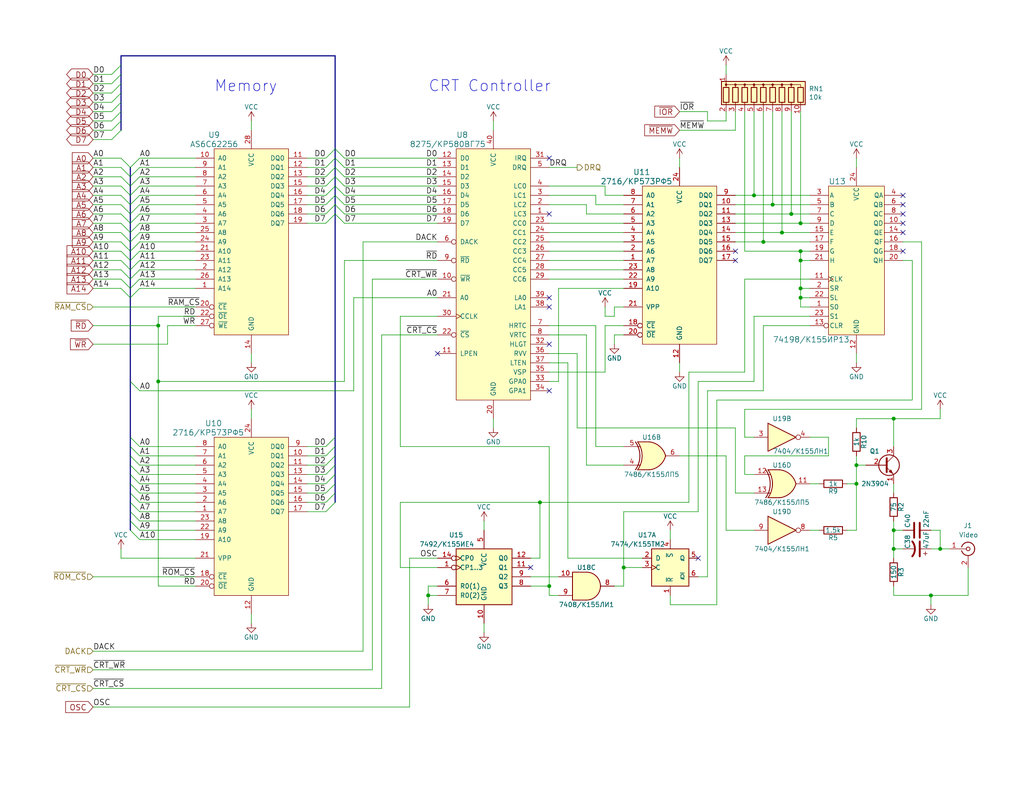
<source format=kicad_sch>
(kicad_sch (version 20211123) (generator eeschema)
  (paper "USLetter")
  (title_block (title "Radio-86RK") (date "2022-05-13") (rev "1.3") (company "Designed by Sergey Kiselev") (comment 1 "Based on the previous work by Alexey Khudyakov and Radio magazine publications") (comment 2 "Licensed under CERN-OHL-S: https://cern-ohl.web.cern.ch") (comment 3 "Documentation and design files: https://github.com/skiselev/radio-86rk") (comment 4 "Radio-86RK is an open source hardware project"))
  (junction (at 205.74 53.34))
  (junction (at 170.18 154.94))
  (junction (at 116.84 162.56))
  (junction (at 208.28 66.04))
  (junction (at 233.68 127))
  (junction (at 218.44 71.12))
  (junction (at 218.44 81.28))
  (junction (at 243.84 114.3))
  (junction (at 243.84 144.78))
  (junction (at 233.68 132.08))
  (junction (at 218.44 60.96))
  (junction (at 218.44 78.74))
  (junction (at 213.36 63.5))
  (junction (at 149.86 160.02))
  (junction (at 215.9 58.42))
  (junction (at 43.18 104.14))
  (junction (at 43.18 88.9))
  (junction (at 243.84 149.86))
  (junction (at 147.32 137.16))
  (junction (at 256.54 149.86))
  (junction (at 254 162.56))
  (junction (at 210.82 55.88))
  (junction (at 218.44 68.58))
  (no_connect (at 246.38 63.5))
  (no_connect (at 149.86 93.98))
  (no_connect (at 149.86 106.68))
  (no_connect (at 246.38 68.58))
  (no_connect (at 144.78 154.94))
  (no_connect (at 149.86 81.28))
  (no_connect (at 246.38 58.42))
  (no_connect (at 149.86 58.42))
  (no_connect (at 246.38 60.96))
  (no_connect (at 119.38 96.52))
  (no_connect (at 149.86 43.18))
  (no_connect (at 246.38 53.34))
  (no_connect (at 246.38 55.88))
  (no_connect (at 200.66 68.58))
  (no_connect (at 149.86 83.82))
  (no_connect (at 200.66 71.12))
  (no_connect (at 190.5 152.4))
  (bus_entry (at 38.1 132.08) (size -2.54 -2.54))
  (bus_entry (at 38.1 48.26) (size -2.54 2.54))
  (bus_entry (at 38.1 50.8) (size -2.54 2.54))
  (bus_entry (at 38.1 71.12) (size -2.54 2.54))
  (bus_entry (at 38.1 45.72) (size -2.54 2.54))
  (bus_entry (at 33.02 43.18) (size 2.54 2.54))
  (bus_entry (at 38.1 58.42) (size -2.54 2.54))
  (bus_entry (at 33.02 58.42) (size 2.54 2.54))
  (bus_entry (at 38.1 76.2) (size -2.54 2.54))
  (bus_entry (at 38.1 124.46) (size -2.54 -2.54))
  (bus_entry (at 88.9 58.42) (size 2.54 -2.54))
  (bus_entry (at 33.02 60.96) (size 2.54 2.54))
  (bus_entry (at 38.1 129.54) (size -2.54 -2.54))
  (bus_entry (at 88.9 132.08) (size 2.54 -2.54))
  (bus_entry (at 38.1 137.16) (size -2.54 -2.54))
  (bus_entry (at 38.1 147.32) (size -2.54 -2.54))
  (bus_entry (at 88.9 50.8) (size 2.54 -2.54))
  (bus_entry (at 93.98 48.26) (size -2.54 -2.54))
  (bus_entry (at 38.1 134.62) (size -2.54 -2.54))
  (bus_entry (at 38.1 60.96) (size -2.54 2.54))
  (bus_entry (at 33.02 73.66) (size 2.54 2.54))
  (bus_entry (at 38.1 53.34) (size -2.54 2.54))
  (bus_entry (at 93.98 58.42) (size -2.54 -2.54))
  (bus_entry (at 88.9 45.72) (size 2.54 -2.54))
  (bus_entry (at 33.02 78.74) (size 2.54 2.54))
  (bus_entry (at 38.1 68.58) (size -2.54 2.54))
  (bus_entry (at 33.02 55.88) (size 2.54 2.54))
  (bus_entry (at 88.9 129.54) (size 2.54 -2.54))
  (bus_entry (at 88.9 127) (size 2.54 -2.54))
  (bus_entry (at 33.02 66.04) (size 2.54 2.54))
  (bus_entry (at 88.9 139.7) (size 2.54 -2.54))
  (bus_entry (at 93.98 43.18) (size -2.54 -2.54))
  (bus_entry (at 33.02 48.26) (size 2.54 2.54))
  (bus_entry (at 30.48 33.02) (size 2.54 -2.54))
  (bus_entry (at 88.9 43.18) (size 2.54 -2.54))
  (bus_entry (at 30.48 38.1) (size 2.54 -2.54))
  (bus_entry (at 88.9 134.62) (size 2.54 -2.54))
  (bus_entry (at 38.1 121.92) (size -2.54 -2.54))
  (bus_entry (at 38.1 43.18) (size -2.54 2.54))
  (bus_entry (at 30.48 27.94) (size 2.54 -2.54))
  (bus_entry (at 38.1 139.7) (size -2.54 -2.54))
  (bus_entry (at 33.02 63.5) (size 2.54 2.54))
  (bus_entry (at 30.48 25.4) (size 2.54 -2.54))
  (bus_entry (at 38.1 144.78) (size -2.54 -2.54))
  (bus_entry (at 38.1 142.24) (size -2.54 -2.54))
  (bus_entry (at 93.98 60.96) (size -2.54 -2.54))
  (bus_entry (at 38.1 63.5) (size -2.54 2.54))
  (bus_entry (at 93.98 53.34) (size -2.54 -2.54))
  (bus_entry (at 33.02 53.34) (size 2.54 2.54))
  (bus_entry (at 38.1 55.88) (size -2.54 2.54))
  (bus_entry (at 38.1 66.04) (size -2.54 2.54))
  (bus_entry (at 33.02 45.72) (size 2.54 2.54))
  (bus_entry (at 30.48 20.32) (size 2.54 -2.54))
  (bus_entry (at 93.98 50.8) (size -2.54 -2.54))
  (bus_entry (at 38.1 127) (size -2.54 -2.54))
  (bus_entry (at 38.1 78.74) (size -2.54 2.54))
  (bus_entry (at 30.48 22.86) (size 2.54 -2.54))
  (bus_entry (at 33.02 76.2) (size 2.54 2.54))
  (bus_entry (at 88.9 53.34) (size 2.54 -2.54))
  (bus_entry (at 33.02 71.12) (size 2.54 2.54))
  (bus_entry (at 33.02 68.58) (size 2.54 2.54))
  (bus_entry (at 93.98 55.88) (size -2.54 -2.54))
  (bus_entry (at 88.9 55.88) (size 2.54 -2.54))
  (bus_entry (at 93.98 45.72) (size -2.54 -2.54))
  (bus_entry (at 30.48 30.48) (size 2.54 -2.54))
  (bus_entry (at 30.48 35.56) (size 2.54 -2.54))
  (bus_entry (at 88.9 121.92) (size 2.54 -2.54))
  (bus_entry (at 88.9 124.46) (size 2.54 -2.54))
  (bus_entry (at 35.56 104.14) (size 2.54 2.54))
  (bus_entry (at 38.1 73.66) (size -2.54 2.54))
  (bus_entry (at 33.02 50.8) (size 2.54 2.54))
  (bus_entry (at 88.9 60.96) (size 2.54 -2.54))
  (bus_entry (at 88.9 48.26) (size 2.54 -2.54))
  (bus_entry (at 88.9 137.16) (size 2.54 -2.54))
  (wire (pts (xy 119.38 55.88) (xy 93.98 55.88)))
  (wire (pts (xy 33.02 66.04) (xy 25.4 66.04)))
  (wire (pts (xy 25.4 93.98) (xy 45.72 93.98)))
  (bus (pts (xy 35.56 119.38) (xy 35.56 121.92)))
  (wire (pts (xy 248.92 71.12) (xy 248.92 109.22)))
  (wire (pts (xy 134.62 33.02) (xy 134.62 35.56)))
  (bus (pts (xy 35.56 121.92) (xy 35.56 124.46)))
  (wire (pts (xy 132.08 170.18) (xy 132.08 172.72)))
  (wire (pts (xy 243.84 132.08) (xy 243.84 134.62)))
  (bus (pts (xy 33.02 15.24) (xy 91.44 15.24)))
  (wire (pts (xy 33.02 68.58) (xy 25.4 68.58)))
  (bus (pts (xy 35.56 58.42) (xy 35.56 60.96)))
  (wire (pts (xy 215.9 30.48) (xy 215.9 58.42)))
  (wire (pts (xy 109.22 137.16) (xy 147.32 137.16)))
  (bus (pts (xy 91.44 121.92) (xy 91.44 124.46)))
  (wire (pts (xy 218.44 71.12) (xy 218.44 78.74)))
  (wire (pts (xy 203.2 119.38) (xy 205.74 119.38)))
  (wire (pts (xy 116.84 160.02) (xy 116.84 162.56)))
  (wire (pts (xy 33.02 53.34) (xy 25.4 53.34)))
  (wire (pts (xy 185.42 35.56) (xy 200.66 35.56)))
  (wire (pts (xy 104.14 91.44) (xy 119.38 91.44)))
  (wire (pts (xy 53.34 43.18) (xy 38.1 43.18)))
  (wire (pts (xy 162.56 55.88) (xy 170.18 55.88)))
  (wire (pts (xy 25.4 27.94) (xy 30.48 27.94)))
  (bus (pts (xy 91.44 124.46) (xy 91.44 127)))
  (wire (pts (xy 193.04 33.02) (xy 198.12 33.02)))
  (wire (pts (xy 210.82 55.88) (xy 220.98 55.88)))
  (wire (pts (xy 53.34 88.9) (xy 45.72 88.9)))
  (wire (pts (xy 162.56 121.92) (xy 162.56 88.9)))
  (bus (pts (xy 35.56 71.12) (xy 35.56 73.66)))
  (wire (pts (xy 243.84 149.86) (xy 243.84 152.4)))
  (wire (pts (xy 218.44 78.74) (xy 218.44 81.28)))
  (wire (pts (xy 243.84 144.78) (xy 243.84 149.86)))
  (wire (pts (xy 200.66 116.84) (xy 200.66 134.62)))
  (wire (pts (xy 223.52 132.08) (xy 220.98 132.08)))
  (wire (pts (xy 68.58 111.76) (xy 68.58 114.3)))
  (bus (pts (xy 35.56 76.2) (xy 35.56 78.74)))
  (wire (pts (xy 182.88 162.56) (xy 182.88 165.1)))
  (wire (pts (xy 187.96 101.6) (xy 203.2 101.6)))
  (bus (pts (xy 91.44 45.72) (xy 91.44 48.26)))
  (wire (pts (xy 25.4 187.96) (xy 104.14 187.96)))
  (wire (pts (xy 101.6 76.2) (xy 119.38 76.2)))
  (wire (pts (xy 83.82 134.62) (xy 88.9 134.62)))
  (wire (pts (xy 160.02 58.42) (xy 170.18 58.42)))
  (bus (pts (xy 35.56 129.54) (xy 35.56 132.08)))
  (wire (pts (xy 243.84 160.02) (xy 243.84 162.56)))
  (wire (pts (xy 205.74 53.34) (xy 220.98 53.34)))
  (wire (pts (xy 233.68 144.78) (xy 231.14 144.78)))
  (wire (pts (xy 149.86 71.12) (xy 170.18 71.12)))
  (wire (pts (xy 162.56 53.34) (xy 162.56 55.88)))
  (wire (pts (xy 33.02 55.88) (xy 25.4 55.88)))
  (wire (pts (xy 132.08 142.24) (xy 132.08 144.78)))
  (wire (pts (xy 193.04 157.48) (xy 193.04 106.68)))
  (wire (pts (xy 233.68 127) (xy 233.68 124.46)))
  (wire (pts (xy 33.02 76.2) (xy 25.4 76.2)))
  (wire (pts (xy 68.58 96.52) (xy 68.58 99.06)))
  (wire (pts (xy 53.34 160.02) (xy 43.18 160.02)))
  (wire (pts (xy 233.68 127) (xy 236.22 127)))
  (wire (pts (xy 203.2 68.58) (xy 203.2 30.48)))
  (wire (pts (xy 53.34 134.62) (xy 38.1 134.62)))
  (bus (pts (xy 91.44 50.8) (xy 91.44 53.34)))
  (wire (pts (xy 83.82 139.7) (xy 88.9 139.7)))
  (wire (pts (xy 200.66 63.5) (xy 213.36 63.5)))
  (wire (pts (xy 109.22 154.94) (xy 119.38 154.94)))
  (wire (pts (xy 152.4 78.74) (xy 152.4 104.14)))
  (wire (pts (xy 53.34 60.96) (xy 38.1 60.96)))
  (wire (pts (xy 83.82 137.16) (xy 88.9 137.16)))
  (wire (pts (xy 205.74 30.48) (xy 205.74 53.34)))
  (wire (pts (xy 218.44 60.96) (xy 220.98 60.96)))
  (wire (pts (xy 200.66 30.48) (xy 200.66 35.56)))
  (wire (pts (xy 218.44 68.58) (xy 220.98 68.58)))
  (wire (pts (xy 96.52 106.68) (xy 38.1 106.68)))
  (wire (pts (xy 119.38 45.72) (xy 93.98 45.72)))
  (wire (pts (xy 243.84 142.24) (xy 243.84 144.78)))
  (wire (pts (xy 83.82 129.54) (xy 88.9 129.54)))
  (wire (pts (xy 256.54 114.3) (xy 243.84 114.3)))
  (wire (pts (xy 246.38 71.12) (xy 248.92 71.12)))
  (wire (pts (xy 149.86 66.04) (xy 170.18 66.04)))
  (bus (pts (xy 35.56 63.5) (xy 35.56 66.04)))
  (bus (pts (xy 91.44 134.62) (xy 91.44 137.16)))
  (bus (pts (xy 35.56 104.14) (xy 35.56 119.38)))
  (wire (pts (xy 187.96 137.16) (xy 187.96 101.6)))
  (wire (pts (xy 243.84 149.86) (xy 246.38 149.86)))
  (wire (pts (xy 33.02 45.72) (xy 25.4 45.72)))
  (wire (pts (xy 144.78 152.4) (xy 147.32 152.4)))
  (bus (pts (xy 91.44 53.34) (xy 91.44 55.88)))
  (wire (pts (xy 111.76 152.4) (xy 119.38 152.4)))
  (wire (pts (xy 233.68 127) (xy 233.68 132.08)))
  (wire (pts (xy 33.02 48.26) (xy 25.4 48.26)))
  (wire (pts (xy 165.1 83.82) (xy 165.1 86.36)))
  (wire (pts (xy 157.48 96.52) (xy 149.86 96.52)))
  (wire (pts (xy 119.38 53.34) (xy 93.98 53.34)))
  (wire (pts (xy 203.2 76.2) (xy 220.98 76.2)))
  (wire (pts (xy 119.38 71.12) (xy 93.98 71.12)))
  (wire (pts (xy 109.22 86.36) (xy 109.22 121.92)))
  (wire (pts (xy 157.48 116.84) (xy 157.48 96.52)))
  (wire (pts (xy 195.58 109.22) (xy 248.92 109.22)))
  (wire (pts (xy 149.86 53.34) (xy 162.56 53.34)))
  (bus (pts (xy 91.44 58.42) (xy 91.44 119.38)))
  (wire (pts (xy 43.18 88.9) (xy 25.4 88.9)))
  (wire (pts (xy 200.66 58.42) (xy 215.9 58.42)))
  (wire (pts (xy 246.38 144.78) (xy 243.84 144.78)))
  (wire (pts (xy 203.2 111.76) (xy 203.2 119.38)))
  (wire (pts (xy 144.78 157.48) (xy 152.4 157.48)))
  (wire (pts (xy 53.34 55.88) (xy 38.1 55.88)))
  (wire (pts (xy 256.54 149.86) (xy 259.08 149.86)))
  (wire (pts (xy 53.34 63.5) (xy 38.1 63.5)))
  (bus (pts (xy 35.56 68.58) (xy 35.56 71.12)))
  (wire (pts (xy 220.98 144.78) (xy 223.52 144.78)))
  (bus (pts (xy 35.56 53.34) (xy 35.56 55.88)))
  (wire (pts (xy 200.66 53.34) (xy 205.74 53.34)))
  (bus (pts (xy 91.44 43.18) (xy 91.44 45.72)))
  (wire (pts (xy 149.86 162.56) (xy 152.4 162.56)))
  (wire (pts (xy 213.36 30.48) (xy 213.36 63.5)))
  (bus (pts (xy 33.02 17.78) (xy 33.02 20.32)))
  (wire (pts (xy 53.34 48.26) (xy 38.1 48.26)))
  (wire (pts (xy 25.4 38.1) (xy 30.48 38.1)))
  (bus (pts (xy 91.44 132.08) (xy 91.44 134.62)))
  (wire (pts (xy 149.86 91.44) (xy 160.02 91.44)))
  (wire (pts (xy 33.02 50.8) (xy 25.4 50.8)))
  (bus (pts (xy 91.44 119.38) (xy 91.44 121.92)))
  (wire (pts (xy 83.82 53.34) (xy 88.9 53.34)))
  (wire (pts (xy 256.54 144.78) (xy 256.54 149.86)))
  (wire (pts (xy 218.44 68.58) (xy 218.44 71.12)))
  (wire (pts (xy 68.58 167.64) (xy 68.58 170.18)))
  (wire (pts (xy 53.34 45.72) (xy 38.1 45.72)))
  (wire (pts (xy 200.66 55.88) (xy 210.82 55.88)))
  (wire (pts (xy 53.34 50.8) (xy 38.1 50.8)))
  (wire (pts (xy 147.32 152.4) (xy 147.32 137.16)))
  (bus (pts (xy 35.56 139.7) (xy 35.56 142.24)))
  (wire (pts (xy 53.34 144.78) (xy 38.1 144.78)))
  (wire (pts (xy 33.02 71.12) (xy 25.4 71.12)))
  (wire (pts (xy 134.62 114.3) (xy 134.62 116.84)))
  (bus (pts (xy 35.56 132.08) (xy 35.56 134.62)))
  (wire (pts (xy 170.18 154.94) (xy 170.18 160.02)))
  (wire (pts (xy 149.86 76.2) (xy 170.18 76.2)))
  (wire (pts (xy 264.16 162.56) (xy 264.16 154.94)))
  (bus (pts (xy 91.44 48.26) (xy 91.44 50.8)))
  (wire (pts (xy 170.18 78.74) (xy 152.4 78.74)))
  (wire (pts (xy 99.06 177.8) (xy 99.06 66.04)))
  (wire (pts (xy 205.74 86.36) (xy 205.74 104.14)))
  (wire (pts (xy 218.44 81.28) (xy 220.98 81.28)))
  (wire (pts (xy 200.66 116.84) (xy 157.48 116.84)))
  (wire (pts (xy 93.98 104.14) (xy 93.98 71.12)))
  (wire (pts (xy 165.1 50.8) (xy 165.1 53.34)))
  (wire (pts (xy 33.02 78.74) (xy 25.4 78.74)))
  (wire (pts (xy 165.1 88.9) (xy 165.1 101.6)))
  (wire (pts (xy 233.68 114.3) (xy 243.84 114.3)))
  (wire (pts (xy 53.34 73.66) (xy 38.1 73.66)))
  (wire (pts (xy 144.78 160.02) (xy 149.86 160.02)))
  (wire (pts (xy 25.4 182.88) (xy 101.6 182.88)))
  (wire (pts (xy 33.02 60.96) (xy 25.4 60.96)))
  (wire (pts (xy 83.82 43.18) (xy 88.9 43.18)))
  (wire (pts (xy 182.88 144.78) (xy 182.88 147.32)))
  (wire (pts (xy 190.5 139.7) (xy 190.5 104.14)))
  (wire (pts (xy 83.82 60.96) (xy 88.9 60.96)))
  (bus (pts (xy 35.56 50.8) (xy 35.56 53.34)))
  (wire (pts (xy 83.82 132.08) (xy 88.9 132.08)))
  (wire (pts (xy 198.12 144.78) (xy 205.74 144.78)))
  (wire (pts (xy 185.42 30.48) (xy 193.04 30.48)))
  (wire (pts (xy 109.22 137.16) (xy 109.22 154.94)))
  (wire (pts (xy 53.34 157.48) (xy 25.4 157.48)))
  (bus (pts (xy 35.56 45.72) (xy 35.56 48.26)))
  (wire (pts (xy 119.38 60.96) (xy 93.98 60.96)))
  (wire (pts (xy 154.94 99.06) (xy 149.86 99.06)))
  (bus (pts (xy 35.56 134.62) (xy 35.56 137.16)))
  (bus (pts (xy 35.56 55.88) (xy 35.56 58.42)))
  (wire (pts (xy 208.28 30.48) (xy 208.28 66.04)))
  (wire (pts (xy 170.18 121.92) (xy 162.56 121.92)))
  (wire (pts (xy 167.64 86.36) (xy 167.64 83.82)))
  (wire (pts (xy 198.12 17.78) (xy 198.12 20.32)))
  (bus (pts (xy 33.02 27.94) (xy 33.02 30.48)))
  (wire (pts (xy 149.86 50.8) (xy 165.1 50.8)))
  (wire (pts (xy 213.36 63.5) (xy 220.98 63.5)))
  (wire (pts (xy 226.06 119.38) (xy 220.98 119.38)))
  (wire (pts (xy 33.02 152.4) (xy 53.34 152.4)))
  (wire (pts (xy 83.82 121.92) (xy 88.9 121.92)))
  (wire (pts (xy 220.98 86.36) (xy 205.74 86.36)))
  (wire (pts (xy 25.4 193.04) (xy 111.76 193.04)))
  (wire (pts (xy 119.38 50.8) (xy 93.98 50.8)))
  (wire (pts (xy 149.86 121.92) (xy 109.22 121.92)))
  (bus (pts (xy 33.02 15.24) (xy 33.02 17.78)))
  (wire (pts (xy 83.82 58.42) (xy 88.9 58.42)))
  (wire (pts (xy 200.66 134.62) (xy 205.74 134.62)))
  (wire (pts (xy 43.18 88.9) (xy 43.18 104.14)))
  (wire (pts (xy 25.4 20.32) (xy 30.48 20.32)))
  (wire (pts (xy 43.18 104.14) (xy 93.98 104.14)))
  (bus (pts (xy 35.56 73.66) (xy 35.56 76.2)))
  (wire (pts (xy 185.42 124.46) (xy 198.12 124.46)))
  (wire (pts (xy 53.34 53.34) (xy 38.1 53.34)))
  (wire (pts (xy 185.42 43.18) (xy 185.42 45.72)))
  (wire (pts (xy 53.34 147.32) (xy 38.1 147.32)))
  (wire (pts (xy 210.82 30.48) (xy 210.82 55.88)))
  (bus (pts (xy 91.44 127) (xy 91.44 129.54)))
  (wire (pts (xy 53.34 124.46) (xy 38.1 124.46)))
  (wire (pts (xy 251.46 66.04) (xy 251.46 111.76)))
  (wire (pts (xy 101.6 182.88) (xy 101.6 76.2)))
  (wire (pts (xy 215.9 58.42) (xy 220.98 58.42)))
  (wire (pts (xy 149.86 160.02) (xy 149.86 121.92)))
  (wire (pts (xy 190.5 104.14) (xy 205.74 104.14)))
  (bus (pts (xy 33.02 22.86) (xy 33.02 25.4)))
  (bus (pts (xy 35.56 60.96) (xy 35.56 63.5)))
  (wire (pts (xy 203.2 111.76) (xy 251.46 111.76)))
  (bus (pts (xy 91.44 55.88) (xy 91.44 58.42)))
  (wire (pts (xy 33.02 73.66) (xy 25.4 73.66)))
  (wire (pts (xy 254 162.56) (xy 254 165.1)))
  (wire (pts (xy 243.84 162.56) (xy 254 162.56)))
  (wire (pts (xy 243.84 114.3) (xy 243.84 121.92)))
  (wire (pts (xy 33.02 63.5) (xy 25.4 63.5)))
  (wire (pts (xy 208.28 106.68) (xy 208.28 88.9)))
  (wire (pts (xy 83.82 127) (xy 88.9 127)))
  (bus (pts (xy 91.44 40.64) (xy 91.44 43.18)))
  (wire (pts (xy 167.64 91.44) (xy 167.64 93.98)))
  (wire (pts (xy 25.4 30.48) (xy 30.48 30.48)))
  (wire (pts (xy 264.16 162.56) (xy 254 162.56)))
  (wire (pts (xy 165.1 88.9) (xy 170.18 88.9)))
  (wire (pts (xy 53.34 142.24) (xy 38.1 142.24)))
  (wire (pts (xy 53.34 132.08) (xy 38.1 132.08)))
  (bus (pts (xy 35.56 78.74) (xy 35.56 81.28)))
  (wire (pts (xy 162.56 88.9) (xy 149.86 88.9)))
  (wire (pts (xy 119.38 58.42) (xy 93.98 58.42)))
  (wire (pts (xy 203.2 101.6) (xy 203.2 76.2)))
  (wire (pts (xy 208.28 88.9) (xy 220.98 88.9)))
  (wire (pts (xy 43.18 86.36) (xy 43.18 88.9)))
  (wire (pts (xy 218.44 78.74) (xy 220.98 78.74)))
  (wire (pts (xy 233.68 132.08) (xy 233.68 144.78)))
  (wire (pts (xy 226.06 124.46) (xy 226.06 119.38)))
  (wire (pts (xy 53.34 127) (xy 38.1 127)))
  (wire (pts (xy 254 149.86) (xy 256.54 149.86)))
  (wire (pts (xy 160.02 55.88) (xy 160.02 58.42)))
  (wire (pts (xy 83.82 45.72) (xy 88.9 45.72)))
  (wire (pts (xy 149.86 45.72) (xy 157.48 45.72)))
  (wire (pts (xy 53.34 71.12) (xy 38.1 71.12)))
  (wire (pts (xy 195.58 165.1) (xy 195.58 109.22)))
  (wire (pts (xy 43.18 104.14) (xy 43.18 160.02)))
  (wire (pts (xy 96.52 81.28) (xy 96.52 106.68)))
  (bus (pts (xy 91.44 15.24) (xy 91.44 40.64)))
  (wire (pts (xy 149.86 101.6) (xy 165.1 101.6)))
  (wire (pts (xy 256.54 114.3) (xy 256.54 111.76)))
  (wire (pts (xy 53.34 68.58) (xy 38.1 68.58)))
  (bus (pts (xy 33.02 33.02) (xy 33.02 35.56)))
  (wire (pts (xy 147.32 137.16) (xy 187.96 137.16)))
  (wire (pts (xy 198.12 30.48) (xy 198.12 33.02)))
  (wire (pts (xy 193.04 106.68) (xy 208.28 106.68)))
  (wire (pts (xy 33.02 58.42) (xy 25.4 58.42)))
  (wire (pts (xy 25.4 22.86) (xy 30.48 22.86)))
  (wire (pts (xy 190.5 139.7) (xy 170.18 139.7)))
  (wire (pts (xy 53.34 139.7) (xy 38.1 139.7)))
  (wire (pts (xy 149.86 68.58) (xy 170.18 68.58)))
  (wire (pts (xy 83.82 55.88) (xy 88.9 55.88)))
  (wire (pts (xy 195.58 165.1) (xy 182.88 165.1)))
  (wire (pts (xy 170.18 91.44) (xy 167.64 91.44)))
  (wire (pts (xy 200.66 60.96) (xy 218.44 60.96)))
  (bus (pts (xy 35.56 81.28) (xy 35.56 104.14)))
  (wire (pts (xy 190.5 157.48) (xy 193.04 157.48)))
  (wire (pts (xy 218.44 71.12) (xy 220.98 71.12)))
  (wire (pts (xy 208.28 66.04) (xy 220.98 66.04)))
  (bus (pts (xy 33.02 25.4) (xy 33.02 27.94)))
  (wire (pts (xy 83.82 124.46) (xy 88.9 124.46)))
  (bus (pts (xy 35.56 124.46) (xy 35.56 127)))
  (wire (pts (xy 119.38 162.56) (xy 116.84 162.56)))
  (wire (pts (xy 170.18 139.7) (xy 170.18 154.94)))
  (wire (pts (xy 203.2 124.46) (xy 226.06 124.46)))
  (bus (pts (xy 33.02 20.32) (xy 33.02 22.86)))
  (wire (pts (xy 119.38 48.26) (xy 93.98 48.26)))
  (wire (pts (xy 149.86 55.88) (xy 160.02 55.88)))
  (wire (pts (xy 165.1 86.36) (xy 167.64 86.36)))
  (wire (pts (xy 96.52 81.28) (xy 119.38 81.28)))
  (wire (pts (xy 203.2 129.54) (xy 203.2 124.46)))
  (wire (pts (xy 33.02 152.4) (xy 33.02 149.86)))
  (wire (pts (xy 149.86 63.5) (xy 170.18 63.5)))
  (wire (pts (xy 25.4 35.56) (xy 30.48 35.56)))
  (wire (pts (xy 99.06 66.04) (xy 119.38 66.04)))
  (bus (pts (xy 35.56 48.26) (xy 35.56 50.8)))
  (wire (pts (xy 175.26 152.4) (xy 154.94 152.4)))
  (wire (pts (xy 119.38 43.18) (xy 93.98 43.18)))
  (wire (pts (xy 218.44 81.28) (xy 218.44 83.82)))
  (wire (pts (xy 25.4 177.8) (xy 99.06 177.8)))
  (wire (pts (xy 53.34 121.92) (xy 38.1 121.92)))
  (wire (pts (xy 119.38 160.02) (xy 116.84 160.02)))
  (wire (pts (xy 25.4 25.4) (xy 30.48 25.4)))
  (wire (pts (xy 193.04 30.48) (xy 193.04 33.02)))
  (bus (pts (xy 33.02 30.48) (xy 33.02 33.02)))
  (wire (pts (xy 83.82 50.8) (xy 88.9 50.8)))
  (wire (pts (xy 53.34 129.54) (xy 38.1 129.54)))
  (wire (pts (xy 231.14 132.08) (xy 233.68 132.08)))
  (wire (pts (xy 218.44 30.48) (xy 218.44 60.96)))
  (wire (pts (xy 149.86 60.96) (xy 170.18 60.96)))
  (wire (pts (xy 33.02 43.18) (xy 25.4 43.18)))
  (wire (pts (xy 111.76 193.04) (xy 111.76 152.4)))
  (wire (pts (xy 83.82 48.26) (xy 88.9 48.26)))
  (wire (pts (xy 170.18 127) (xy 160.02 127)))
  (wire (pts (xy 160.02 127) (xy 160.02 91.44)))
  (wire (pts (xy 152.4 104.14) (xy 149.86 104.14)))
  (wire (pts (xy 203.2 68.58) (xy 218.44 68.58)))
  (wire (pts (xy 170.18 154.94) (xy 175.26 154.94)))
  (wire (pts (xy 104.14 187.96) (xy 104.14 91.44)))
  (wire (pts (xy 233.68 114.3) (xy 233.68 116.84)))
  (wire (pts (xy 53.34 76.2) (xy 38.1 76.2)))
  (wire (pts (xy 53.34 66.04) (xy 38.1 66.04)))
  (wire (pts (xy 185.42 99.06) (xy 185.42 101.6)))
  (wire (pts (xy 165.1 53.34) (xy 170.18 53.34)))
  (wire (pts (xy 246.38 66.04) (xy 251.46 66.04)))
  (bus (pts (xy 35.56 66.04) (xy 35.56 68.58)))
  (wire (pts (xy 233.68 43.18) (xy 233.68 45.72)))
  (bus (pts (xy 35.56 127) (xy 35.56 129.54)))
  (wire (pts (xy 218.44 83.82) (xy 220.98 83.82)))
  (wire (pts (xy 68.58 33.02) (xy 68.58 35.56)))
  (wire (pts (xy 205.74 129.54) (xy 203.2 129.54)))
  (wire (pts (xy 53.34 78.74) (xy 38.1 78.74)))
  (bus (pts (xy 91.44 129.54) (xy 91.44 132.08)))
  (wire (pts (xy 170.18 83.82) (xy 167.64 83.82)))
  (wire (pts (xy 149.86 162.56) (xy 149.86 160.02)))
  (wire (pts (xy 154.94 152.4) (xy 154.94 99.06)))
  (wire (pts (xy 53.34 58.42) (xy 38.1 58.42)))
  (wire (pts (xy 116.84 162.56) (xy 116.84 165.1)))
  (wire (pts (xy 25.4 33.02) (xy 30.48 33.02)))
  (wire (pts (xy 109.22 86.36) (xy 119.38 86.36)))
  (wire (pts (xy 53.34 86.36) (xy 43.18 86.36)))
  (wire (pts (xy 233.68 96.52) (xy 233.68 99.06)))
  (wire (pts (xy 149.86 73.66) (xy 170.18 73.66)))
  (wire (pts (xy 170.18 160.02) (xy 167.64 160.02)))
  (bus (pts (xy 35.56 142.24) (xy 35.56 144.78)))
  (wire (pts (xy 45.72 93.98) (xy 45.72 88.9)))
  (bus (pts (xy 35.56 137.16) (xy 35.56 139.7)))
  (wire (pts (xy 200.66 66.04) (xy 208.28 66.04)))
  (wire (pts (xy 25.4 83.82) (xy 53.34 83.82)))
  (wire (pts (xy 53.34 137.16) (xy 38.1 137.16)))
  (wire (pts (xy 198.12 124.46) (xy 198.12 144.78)))
  (wire (pts (xy 254 144.78) (xy 256.54 144.78)))
  (text "Memory" (at 58.42 25.4 0) (effects (font (size 3.048 3.048)) (justify left bottom)))
  (text "CRT Controller" (at 116.84 25.4 0) (effects (font (size 3.048 3.048)) (justify left bottom)))
  (label "DACK" (at 119.38 66.04 180) (effects (font (size 1.524 1.524))))
  (label "~{RD}" (at 53.34 86.36 180) (effects (font (size 1.524 1.524))))
  (label "D2" (at 88.9 127 180) (effects (font (size 1.524 1.524))))
  (label "D2" (at 93.98 48.26 0) (effects (font (size 1.524 1.524))))
  (label "D5" (at 88.9 134.62 180) (effects (font (size 1.524 1.524))))
  (label "A5" (at 38.1 55.88 0) (effects (font (size 1.524 1.524))))
  (label "A6" (at 38.1 58.42 0) (effects (font (size 1.524 1.524))))
  (label "~{WR}" (at 53.34 88.9 180) (effects (font (size 1.524 1.524))))
  (label "D0" (at 88.9 121.92 180) (effects (font (size 1.524 1.524))))
  (label "DACK" (at 25.4 177.8 0) (effects (font (size 1.524 1.524))))
  (label "D6" (at 119.38 58.42 180) (effects (font (size 1.524 1.524))))
  (label "A9" (at 25.4 66.04 0) (effects (font (size 1.524 1.524))))
  (label "D7" (at 119.38 60.96 180) (effects (font (size 1.524 1.524))))
  (label "D5" (at 93.98 55.88 0) (effects (font (size 1.524 1.524))))
  (label "A1" (at 25.4 45.72 0) (effects (font (size 1.524 1.524))))
  (label "A2" (at 38.1 127 0) (effects (font (size 1.524 1.524))))
  (label "A8" (at 25.4 63.5 0) (effects (font (size 1.524 1.524))))
  (label "A0" (at 119.38 81.28 180) (effects (font (size 1.524 1.524))))
  (label "D7" (at 88.9 60.96 180) (effects (font (size 1.524 1.524))))
  (label "D3" (at 119.38 50.8 180) (effects (font (size 1.524 1.524))))
  (label "OSC" (at 119.38 152.4 180) (effects (font (size 1.524 1.524))))
  (label "A1" (at 38.1 45.72 0) (effects (font (size 1.524 1.524))))
  (label "A6" (at 38.1 137.16 0) (effects (font (size 1.524 1.524))))
  (label "D1" (at 119.38 45.72 180) (effects (font (size 1.524 1.524))))
  (label "A0" (at 38.1 121.92 0) (effects (font (size 1.524 1.524))))
  (label "A11" (at 38.1 71.12 0) (effects (font (size 1.524 1.524))))
  (label "D4" (at 25.4 30.48 0) (effects (font (size 1.524 1.524))))
  (label "A3" (at 25.4 50.8 0) (effects (font (size 1.524 1.524))))
  (label "~{CRT_CS}" (at 119.38 91.44 180) (effects (font (size 1.524 1.524))))
  (label "D4" (at 88.9 132.08 180) (effects (font (size 1.524 1.524))))
  (label "D3" (at 25.4 27.94 0) (effects (font (size 1.524 1.524))))
  (label "D5" (at 119.38 55.88 180) (effects (font (size 1.524 1.524))))
  (label "A5" (at 38.1 134.62 0) (effects (font (size 1.524 1.524))))
  (label "D5" (at 25.4 33.02 0) (effects (font (size 1.524 1.524))))
  (label "D6" (at 25.4 35.56 0) (effects (font (size 1.524 1.524))))
  (label "A3" (at 38.1 50.8 0) (effects (font (size 1.524 1.524))))
  (label "~{CRT_WR}" (at 25.4 182.88 0) (effects (font (size 1.524 1.524))))
  (label "~{ROM_CS}" (at 53.34 157.48 180) (effects (font (size 1.524 1.524))))
  (label "A7" (at 38.1 139.7 0) (effects (font (size 1.524 1.524))))
  (label "D3" (at 93.98 50.8 0) (effects (font (size 1.524 1.524))))
  (label "D4" (at 88.9 53.34 180) (effects (font (size 1.524 1.524))))
  (label "A0" (at 25.4 43.18 0) (effects (font (size 1.524 1.524))))
  (label "D2" (at 119.38 48.26 180) (effects (font (size 1.524 1.524))))
  (label "D2" (at 25.4 25.4 0) (effects (font (size 1.524 1.524))))
  (label "A13" (at 25.4 76.2 0) (effects (font (size 1.524 1.524))))
  (label "A8" (at 38.1 142.24 0) (effects (font (size 1.524 1.524))))
  (label "~{RD}" (at 119.38 71.12 180) (effects (font (size 1.524 1.524))))
  (label "D3" (at 88.9 129.54 180) (effects (font (size 1.524 1.524))))
  (label "~{RAM_CS}" (at 45.72 83.82 0) (effects (font (size 1.524 1.524))))
  (label "D6" (at 93.98 58.42 0) (effects (font (size 1.524 1.524))))
  (label "~{CRT_WR}" (at 119.38 76.2 180) (effects (font (size 1.524 1.524))))
  (label "A11" (at 25.4 71.12 0) (effects (font (size 1.524 1.524))))
  (label "D4" (at 119.38 53.34 180) (effects (font (size 1.524 1.524))))
  (label "A5" (at 25.4 55.88 0) (effects (font (size 1.524 1.524))))
  (label "DRQ" (at 149.86 45.72 0) (effects (font (size 1.524 1.524))))
  (label "D0" (at 119.38 43.18 180) (effects (font (size 1.524 1.524))))
  (label "A7" (at 25.4 60.96 0) (effects (font (size 1.524 1.524))))
  (label "D1" (at 88.9 45.72 180) (effects (font (size 1.524 1.524))))
  (label "A0" (at 38.1 43.18 0) (effects (font (size 1.524 1.524))))
  (label "~{IOR}" (at 185.42 30.48 0) (effects (font (size 1.524 1.524))))
  (label "A2" (at 25.4 48.26 0) (effects (font (size 1.524 1.524))))
  (label "D0" (at 93.98 43.18 0) (effects (font (size 1.524 1.524))))
  (label "D7" (at 25.4 38.1 0) (effects (font (size 1.524 1.524))))
  (label "~{CRT_CS}" (at 25.4 187.96 0) (effects (font (size 1.524 1.524))))
  (label "A7" (at 38.1 60.96 0) (effects (font (size 1.524 1.524))))
  (label "A12" (at 25.4 73.66 0) (effects (font (size 1.524 1.524))))
  (label "A4" (at 38.1 132.08 0) (effects (font (size 1.524 1.524))))
  (label "~{MEMW}" (at 185.42 35.56 0) (effects (font (size 1.524 1.524))))
  (label "D6" (at 88.9 137.16 180) (effects (font (size 1.524 1.524))))
  (label "A14" (at 38.1 78.74 0) (effects (font (size 1.524 1.524))))
  (label "A2" (at 38.1 48.26 0) (effects (font (size 1.524 1.524))))
  (label "D4" (at 93.98 53.34 0) (effects (font (size 1.524 1.524))))
  (label "A0" (at 38.1 106.68 0) (effects (font (size 1.524 1.524))))
  (label "D1" (at 25.4 22.86 0) (effects (font (size 1.524 1.524))))
  (label "A4" (at 25.4 53.34 0) (effects (font (size 1.524 1.524))))
  (label "A12" (at 38.1 73.66 0) (effects (font (size 1.524 1.524))))
  (label "OSC" (at 25.4 193.04 0) (effects (font (size 1.524 1.524))))
  (label "A10" (at 25.4 68.58 0) (effects (font (size 1.524 1.524))))
  (label "D5" (at 88.9 55.88 180) (effects (font (size 1.524 1.524))))
  (label "D7" (at 88.9 139.7 180) (effects (font (size 1.524 1.524))))
  (label "A10" (at 38.1 68.58 0) (effects (font (size 1.524 1.524))))
  (label "D0" (at 25.4 20.32 0) (effects (font (size 1.524 1.524))))
  (label "A13" (at 38.1 76.2 0) (effects (font (size 1.524 1.524))))
  (label "A3" (at 38.1 129.54 0) (effects (font (size 1.524 1.524))))
  (label "D6" (at 88.9 58.42 180) (effects (font (size 1.524 1.524))))
  (label "A14" (at 25.4 78.74 0) (effects (font (size 1.524 1.524))))
  (label "A8" (at 38.1 63.5 0) (effects (font (size 1.524 1.524))))
  (label "~{RD}" (at 53.34 160.02 180) (effects (font (size 1.524 1.524))))
  (label "D1" (at 88.9 124.46 180) (effects (font (size 1.524 1.524))))
  (label "D3" (at 88.9 50.8 180) (effects (font (size 1.524 1.524))))
  (label "A10" (at 38.1 147.32 0) (effects (font (size 1.524 1.524))))
  (label "A4" (at 38.1 53.34 0) (effects (font (size 1.524 1.524))))
  (label "A6" (at 25.4 58.42 0) (effects (font (size 1.524 1.524))))
  (label "A1" (at 38.1 124.46 0) (effects (font (size 1.524 1.524))))
  (label "A9" (at 38.1 66.04 0) (effects (font (size 1.524 1.524))))
  (label "D0" (at 88.9 43.18 180) (effects (font (size 1.524 1.524))))
  (label "D2" (at 88.9 48.26 180) (effects (font (size 1.524 1.524))))
  (label "D7" (at 93.98 60.96 0) (effects (font (size 1.524 1.524))))
  (label "A9" (at 38.1 144.78 0) (effects (font (size 1.524 1.524))))
  (label "D1" (at 93.98 45.72 0) (effects (font (size 1.524 1.524))))
  (global_label "D3" (shape bidirectional) (at 25.4 27.94 180) (effects (font (size 1.524 1.524))) (property "Intersheet References" "${INTERSHEET_REFS}" (effects hide)))
  (global_label "A6" (shape input) (at 25.4 58.42 180) (effects (font (size 1.524 1.524))) (property "Intersheet References" "${INTERSHEET_REFS}" (effects hide)))
  (global_label "A9" (shape input) (at 25.4 66.04 180) (effects (font (size 1.524 1.524))) (property "Intersheet References" "${INTERSHEET_REFS}" (effects hide)))
  (global_label "D1" (shape bidirectional) (at 25.4 22.86 180) (effects (font (size 1.524 1.524))) (property "Intersheet References" "${INTERSHEET_REFS}" (effects hide)))
  (global_label "~{IOR}" (shape input) (at 185.42 30.48 180) (effects (font (size 1.524 1.524))) (property "Intersheet References" "${INTERSHEET_REFS}" (effects hide)))
  (global_label "D5" (shape bidirectional) (at 25.4 33.02 180) (effects (font (size 1.524 1.524))) (property "Intersheet References" "${INTERSHEET_REFS}" (effects hide)))
  (global_label "D7" (shape bidirectional) (at 25.4 38.1 180) (effects (font (size 1.524 1.524))) (property "Intersheet References" "${INTERSHEET_REFS}" (effects hide)))
  (global_label "A4" (shape input) (at 25.4 53.34 180) (effects (font (size 1.524 1.524))) (property "Intersheet References" "${INTERSHEET_REFS}" (effects hide)))
  (global_label "A0" (shape input) (at 25.4 43.18 180) (effects (font (size 1.524 1.524))) (property "Intersheet References" "${INTERSHEET_REFS}" (effects hide)))
  (global_label "D0" (shape bidirectional) (at 25.4 20.32 180) (effects (font (size 1.524 1.524))) (property "Intersheet References" "${INTERSHEET_REFS}" (effects hide)))
  (global_label "A7" (shape input) (at 25.4 60.96 180) (effects (font (size 1.524 1.524))) (property "Intersheet References" "${INTERSHEET_REFS}" (effects hide)))
  (global_label "D4" (shape bidirectional) (at 25.4 30.48 180) (effects (font (size 1.524 1.524))) (property "Intersheet References" "${INTERSHEET_REFS}" (effects hide)))
  (global_label "~{MEMW}" (shape input) (at 185.42 35.56 180) (effects (font (size 1.524 1.524))) (property "Intersheet References" "${INTERSHEET_REFS}" (effects hide)))
  (global_label "~{WR}" (shape input) (at 25.4 93.98 180) (effects (font (size 1.524 1.524))) (property "Intersheet References" "${INTERSHEET_REFS}" (effects hide)))
  (global_label "A11" (shape input) (at 25.4 71.12 180) (effects (font (size 1.524 1.524))) (property "Intersheet References" "${INTERSHEET_REFS}" (effects hide)))
  (global_label "~{RD}" (shape input) (at 25.4 88.9 180) (effects (font (size 1.524 1.524))) (property "Intersheet References" "${INTERSHEET_REFS}" (effects hide)))
  (global_label "A12" (shape input) (at 25.4 73.66 180) (effects (font (size 1.524 1.524))) (property "Intersheet References" "${INTERSHEET_REFS}" (effects hide)))
  (global_label "A1" (shape input) (at 25.4 45.72 180) (effects (font (size 1.524 1.524))) (property "Intersheet References" "${INTERSHEET_REFS}" (effects hide)))
  (global_label "A8" (shape input) (at 25.4 63.5 180) (effects (font (size 1.524 1.524))) (property "Intersheet References" "${INTERSHEET_REFS}" (effects hide)))
  (global_label "A3" (shape input) (at 25.4 50.8 180) (effects (font (size 1.524 1.524))) (property "Intersheet References" "${INTERSHEET_REFS}" (effects hide)))
  (global_label "D6" (shape bidirectional) (at 25.4 35.56 180) (effects (font (size 1.524 1.524))) (property "Intersheet References" "${INTERSHEET_REFS}" (effects hide)))
  (global_label "A14" (shape input) (at 25.4 78.74 180) (effects (font (size 1.524 1.524))) (property "Intersheet References" "${INTERSHEET_REFS}" (effects hide)))
  (global_label "OSC" (shape input) (at 25.4 193.04 180) (effects (font (size 1.524 1.524))) (property "Intersheet References" "${INTERSHEET_REFS}" (effects hide)))
  (global_label "A13" (shape input) (at 25.4 76.2 180) (effects (font (size 1.524 1.524))) (property "Intersheet References" "${INTERSHEET_REFS}" (effects hide)))
  (global_label "D2" (shape bidirectional) (at 25.4 25.4 180) (effects (font (size 1.524 1.524))) (property "Intersheet References" "${INTERSHEET_REFS}" (effects hide)))
  (global_label "A2" (shape input) (at 25.4 48.26 180) (effects (font (size 1.524 1.524))) (property "Intersheet References" "${INTERSHEET_REFS}" (effects hide)))
  (global_label "A10" (shape input) (at 25.4 68.58 180) (effects (font (size 1.524 1.524))) (property "Intersheet References" "${INTERSHEET_REFS}" (effects hide)))
  (global_label "A5" (shape input) (at 25.4 55.88 180) (effects (font (size 1.524 1.524))) (property "Intersheet References" "${INTERSHEET_REFS}" (effects hide)))
  (hierarchical_label "~{CRT_CS}" (shape input) (at 25.4 187.96 180) (effects (font (size 1.524 1.524))))
  (hierarchical_label "~{CRT_WR}" (shape input) (at 25.4 182.88 180) (effects (font (size 1.524 1.524))))
  (hierarchical_label "DACK" (shape input) (at 25.4 177.8 180) (effects (font (size 1.524 1.524))))
  (hierarchical_label "DRQ" (shape output) (at 157.48 45.72 0) (effects (font (size 1.524 1.524))))
  (hierarchical_label "~{ROM_CS}" (shape input) (at 25.4 157.48 180) (effects (font (size 1.524 1.524))))
  (hierarchical_label "~{RAM_CS}" (shape input) (at 25.4 83.82 180) (effects (font (size 1.524 1.524))))
  (symbol (lib_id "power:GND") (at 68.58 170.18 0) (unit 1)
    (property "Reference" "#PWR0111" (effects hide))
    (property "Value" "GND" (at 68.58 173.99 0))
  )
  (symbol (lib_id "power:GND") (at 68.58 99.06 0) (unit 1)
    (property "Reference" "#PWR0177" (effects hide))
    (property "Value" "GND" (at 68.58 102.87 0))
  )
  (symbol (lib_id "power:GND") (at 134.62 116.84 0) (unit 1)
    (property "Reference" "#PWR0178" (effects hide))
    (property "Value" "GND" (at 134.62 120.65 0))
  )
  (symbol (lib_id "power:VCC") (at 134.62 33.02 0) (unit 1)
    (property "Reference" "#PWR0179" (effects hide))
    (property "Value" "VCC" (at 134.62 29.21 0))
  )
  (symbol (lib_id "power:VCC") (at 185.42 43.18 0) (unit 1)
    (property "Reference" "#PWR0180" (effects hide))
    (property "Value" "VCC" (at 185.42 39.37 0))
  )
  (symbol (lib_id "power:GND") (at 185.42 101.6 0) (unit 1)
    (property "Reference" "#PWR0181" (effects hide))
    (property "Value" "GND" (at 185.42 105.41 0))
  )
  (symbol (lib_id "power:VCC") (at 68.58 33.02 0) (unit 1)
    (property "Reference" "#PWR0182" (effects hide))
    (property "Value" "VCC" (at 68.58 29.21 0))
  )
  (symbol (lib_id "power:VCC") (at 68.58 111.76 0) (unit 1)
    (property "Reference" "#PWR0183" (effects hide))
    (property "Value" "VCC" (at 68.58 107.95 0))
  )
  (symbol (lib_id "power:GND") (at 233.68 99.06 0) (unit 1)
    (property "Reference" "#PWR0184" (effects hide))
    (property "Value" "GND" (at 233.68 102.87 0))
  )
  (symbol (lib_id "power:VCC") (at 233.68 43.18 0) (unit 1)
    (property "Reference" "#PWR0185" (effects hide))
    (property "Value" "VCC" (at 233.68 39.37 0))
  )
  (symbol (lib_id "my_components:AS6C62256") (at 68.58 66.04 0) (unit 1)
    (property "Reference" "U9" (at 58.42 36.83 0) (effects (font (size 1.524 1.524))))
    (property "Value" "AS6C62256" (at 58.42 39.37 0) (effects (font (size 1.524 1.524))))
    (property "Footprint" "My_Components:IC_DIP28_600" (effects hide))
  )
  (symbol (lib_id "my_components:2716") (at 68.58 140.97 0) (unit 1)
    (property "Reference" "U10" (at 55.88 115.57 0) (effects (font (size 1.524 1.524)) (justify left)))
    (property "Value" "2716/КР573РФ5" (at 46.99 118.11 0) (effects (font (size 1.524 1.524)) (justify left)))
    (property "Footprint" "My_Components:IC_DIP24_600" (effects hide))
  )
  (symbol (lib_id "power:VCC") (at 33.02 149.86 0) (unit 1)
    (property "Reference" "#PWR0132" (effects hide))
    (property "Value" "VCC" (at 33.02 146.05 0))
  )
  (symbol (lib_id "74xx:74LS86") (at 213.36 132.08 0) (unit 4)
    (property "Reference" "U16" (at 213.36 127 0))
    (property "Value" "7486/К155ЛП5" (at 213.36 137.16 0))
    (property "Footprint" "My_Components:IC_DIP14_300" (effects hide))
    (property "Datasheet" "74xx/74ls86.pdf" (effects hide))
  )
  (symbol (lib_id "my_components:2716") (at 185.42 72.39 0) (unit 1)
    (property "Reference" "U11" (at 172.72 46.99 0) (effects (font (size 1.524 1.524)) (justify left)))
    (property "Value" "2716/КР573РФ5" (at 163.83 49.53 0) (effects (font (size 1.524 1.524)) (justify left)))
    (property "Footprint" "My_Components:IC_DIP24_600" (effects hide))
  )
  (symbol (lib_id "my_components:74198") (at 233.68 71.12 0) (unit 1)
    (property "Reference" "U13" (at 226.06 49.53 0) (effects (font (size 1.524 1.524)) (justify left)))
    (property "Value" "74198/К155ИР13" (at 210.82 92.71 0) (effects (font (size 1.524 1.524)) (justify left)))
    (property "Footprint" "My_Components:IC_DIP24_600" (effects hide))
  )
  (symbol (lib_id "power:VCC") (at 198.12 17.78 0) (unit 1)
    (property "Reference" "#PWR0130" (effects hide))
    (property "Value" "VCC" (at 198.12 13.97 0))
  )
  (symbol (lib_id "Device:R") (at 227.33 132.08 270) (unit 1)
    (property "Reference" "R9" (at 227.33 134.112 90))
    (property "Value" "1k" (at 227.33 132.08 90))
    (property "Footprint" "My_Components:Res_762" (effects hide))
  )
  (symbol (lib_id "Device:R") (at 227.33 144.78 270) (unit 1)
    (property "Reference" "R5" (at 227.33 146.812 90))
    (property "Value" "1.5k" (at 227.33 144.78 90))
    (property "Footprint" "My_Components:Res_762" (effects hide))
  )
  (symbol (lib_id "Device:R") (at 233.68 120.65 0) (unit 1)
    (property "Reference" "R10" (at 235.712 120.65 90))
    (property "Value" "1k" (at 233.68 120.65 90))
    (property "Footprint" "My_Components:Res_762" (effects hide))
  )
  (symbol (lib_id "power:VCC") (at 256.54 111.76 0) (unit 1)
    (property "Reference" "#PWR0146" (effects hide))
    (property "Value" "VCC" (at 256.54 107.95 0))
  )
  (symbol (lib_id "Device:R") (at 243.84 138.43 0) (unit 1)
    (property "Reference" "R2" (at 245.872 138.43 90))
    (property "Value" "75" (at 243.84 138.43 90))
    (property "Footprint" "My_Components:Res_762" (effects hide))
  )
  (symbol (lib_id "Device:R") (at 243.84 156.21 0) (unit 1)
    (property "Reference" "R3" (at 245.872 156.21 90))
    (property "Value" "150" (at 243.84 156.21 90))
    (property "Footprint" "My_Components:Res_762" (effects hide))
  )
  (symbol (lib_id "Device:C") (at 250.19 144.78 90) (unit 1)
    (property "Reference" "C40" (at 247.65 144.145 0) (effects (justify left)))
    (property "Value" "22nF" (at 252.73 144.145 0) (effects (justify left)))
    (property "Footprint" "My_Components:Cap_Cer_508" (effects hide))
  )
  (symbol (lib_id "Device:C_Polarized_US") (at 250.19 149.86 270) (mirror x) (unit 1)
    (property "Reference" "C38" (at 247.65 149.86 0) (effects (justify left)))
    (property "Value" "47uF" (at 252.73 149.86 0) (effects (justify left)))
    (property "Footprint" "My_Components:Cap_Elec_Radial_6.3mm" (effects hide))
  )
  (symbol (lib_id "power:GND") (at 167.64 93.98 0) (unit 1)
    (property "Reference" "#PWR0147" (effects hide))
    (property "Value" "GND" (at 167.64 97.79 0))
  )
  (symbol (lib_id "power:VCC") (at 165.1 83.82 0) (unit 1)
    (property "Reference" "#PWR0148" (effects hide))
    (property "Value" "VCC" (at 165.1 80.01 0))
  )
  (symbol (lib_id "my_components:8275") (at 134.62 74.93 0) (unit 1)
    (property "Reference" "U8" (at 124.46 36.83 0) (effects (font (size 1.524 1.524)) (justify left)))
    (property "Value" "8275/КР580ВГ75" (at 111.76 39.37 0) (effects (font (size 1.524 1.524)) (justify left)))
    (property "Footprint" "My_Components:IC_DIP40_600" (effects hide))
  )
  (symbol (lib_id "power:GND") (at 116.84 165.1 0) (unit 1)
    (property "Reference" "#PWR0149" (effects hide))
    (property "Value" "GND" (at 116.84 168.91 0))
  )
  (symbol (lib_id "Device:Q_NPN_EBC") (at 241.3 127 0) (unit 1)
    (property "Reference" "Q1" (at 240.03 123.19 0) (effects (justify right)))
    (property "Value" "2N3904" (at 242.57 132.08 0) (effects (justify right)))
    (property "Footprint" "My_Components:Transistor_TO92_EBC_254" (effects hide))
  )
  (symbol (lib_id "Connector:Conn_Coaxial") (at 264.16 149.86 0) (unit 1)
    (property "Reference" "J1" (at 262.89 143.51 0) (effects (justify left)))
    (property "Value" "Video" (at 261.62 146.05 0) (effects (justify left)))
    (property "Footprint" "My_Components:Conn_RCA_Right" (effects hide))
    (property "Datasheet" " ~" (effects hide))
  )
  (symbol (lib_id "power:GND") (at 254 165.1 0) (unit 1)
    (property "Reference" "#PWR0150" (effects hide))
    (property "Value" "GND" (at 254 168.91 0))
  )
  (symbol (lib_id "Device:R_Network09") (at 208.28 25.4 0) (unit 1)
    (property "Reference" "RN1" (at 220.6752 24.2316 0) (effects (justify left)))
    (property "Value" "10k" (at 220.6752 26.543 0) (effects (justify left)))
    (property "Footprint" "My_Components:Conn_SIL10" (effects hide))
    (property "Datasheet" "http://www.vishay.com/docs/31509/csc.pdf" (effects hide))
  )
  (symbol (lib_id "74xx:74LS86") (at 177.8 124.46 0) (mirror x) (unit 2)
    (property "Reference" "U16" (at 177.8 119.38 0))
    (property "Value" "7486/К155ЛП5" (at 177.8 129.54 0))
    (property "Footprint" "My_Components:IC_DIP14_300" (effects hide))
    (property "Datasheet" "74xx/74ls86.pdf" (effects hide))
  )
  (symbol (lib_id "74xx:74LS04") (at 213.36 119.38 0) (unit 2)
    (property "Reference" "U19" (at 213.36 114.3 0))
    (property "Value" "7404/К155ЛН1" (at 218.44 123.19 0))
    (property "Footprint" "My_Components:IC_DIP14_300" (effects hide))
    (property "Datasheet" "http://www.ti.com/lit/gpn/sn74LS04" (effects hide))
  )
  (symbol (lib_id "74xx:74LS04") (at 213.36 144.78 0) (unit 4)
    (property "Reference" "U19" (at 213.36 139.7 0))
    (property "Value" "7404/К155ЛН1" (at 213.36 149.86 0))
    (property "Footprint" "My_Components:IC_DIP14_300" (effects hide))
    (property "Datasheet" "http://www.ti.com/lit/gpn/sn74LS04" (effects hide))
  )
  (symbol (lib_id "74xx:74LS92") (at 132.08 157.48 0) (unit 1)
    (property "Reference" "U15" (at 124.46 146.05 0))
    (property "Value" "7492/К155ИЕ4" (at 121.92 148.59 0))
    (property "Footprint" "My_Components:IC_DIP14_300" (effects hide))
    (property "Datasheet" "http://www.ti.com/lit/gpn/sn74LS92" (effects hide))
  )
  (symbol (lib_id "power:VCC") (at 132.08 142.24 0) (unit 1)
    (property "Reference" "#PWR0151" (effects hide))
    (property "Value" "VCC" (at 132.08 138.43 0))
  )
  (symbol (lib_id "power:GND") (at 132.08 172.72 0) (unit 1)
    (property "Reference" "#PWR0152" (effects hide))
    (property "Value" "GND" (at 132.08 176.53 0))
  )
  (symbol (lib_id "74xx:74LS08") (at 160.02 160.02 0) (mirror x) (unit 3)
    (property "Reference" "U18" (at 160.02 154.94 0))
    (property "Value" "7408/К155ЛИ1" (at 160.02 165.1 0))
    (property "Footprint" "My_Components:IC_DIP14_300" (effects hide))
    (property "Datasheet" "http://www.ti.com/lit/gpn/sn74LS08" (effects hide))
  )
  (symbol (lib_id "74xx:74LS74") (at 182.88 154.94 0) (unit 1)
    (property "Reference" "U17" (at 176.53 146.05 0))
    (property "Value" "7474/К155ТМ2" (at 173.99 148.59 0))
    (property "Footprint" "My_Components:IC_DIP14_300" (effects hide))
    (property "Datasheet" "74xx/74hc_hct74.pdf" (effects hide))
  )
  (symbol (lib_id "power:VCC") (at 182.88 144.78 0) (unit 1)
    (property "Reference" "#PWR0153" (effects hide))
    (property "Value" "VCC" (at 182.88 140.97 0))
  )
)
</source>
